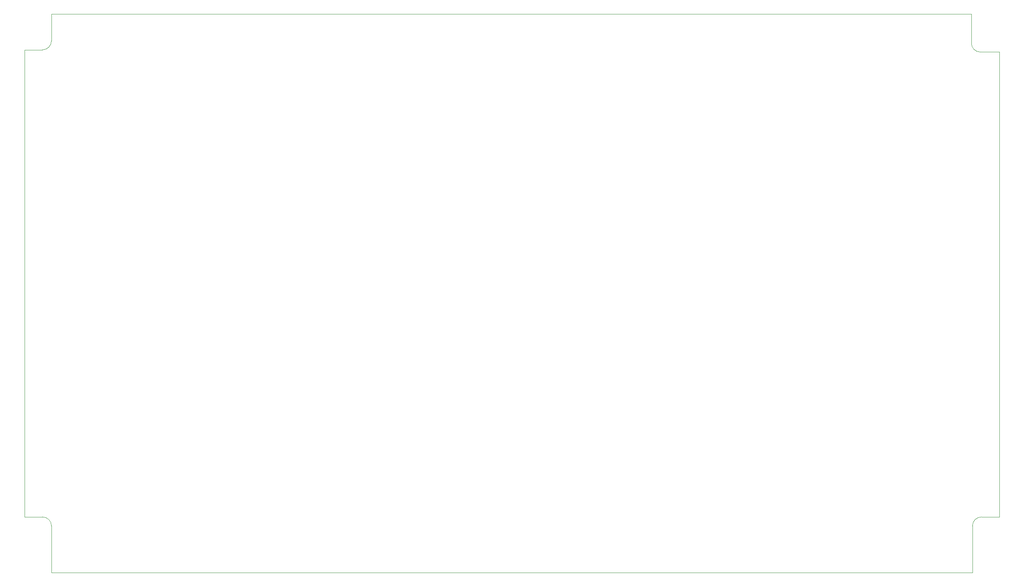
<source format=gbr>
%TF.GenerationSoftware,KiCad,Pcbnew,8.0.7-8.0.7-0~ubuntu22.04.1*%
%TF.CreationDate,2025-01-30T17:32:51+01:00*%
%TF.ProjectId,EVA1_production,45564131-5f70-4726-9f64-756374696f6e,rev?*%
%TF.SameCoordinates,Original*%
%TF.FileFunction,Profile,NP*%
%FSLAX46Y46*%
G04 Gerber Fmt 4.6, Leading zero omitted, Abs format (unit mm)*
G04 Created by KiCad (PCBNEW 8.0.7-8.0.7-0~ubuntu22.04.1) date 2025-01-30 17:32:51*
%MOMM*%
%LPD*%
G01*
G04 APERTURE LIST*
%TA.AperFunction,Profile*%
%ADD10C,0.100000*%
%TD*%
G04 APERTURE END LIST*
D10*
X24000000Y-132500000D02*
X20000000Y-132500000D01*
X232000000Y-134500000D02*
X232000000Y-145000000D01*
X20000000Y-132500000D02*
X20000000Y-28000000D01*
X26000000Y-145000000D02*
X26000000Y-134500000D01*
X232000000Y-134500000D02*
G75*
G02*
X234000000Y-132500000I2000000J0D01*
G01*
X20000000Y-28000000D02*
X24000000Y-28000000D01*
X26000000Y-26000000D02*
G75*
G02*
X24000000Y-28000000I-2000000J0D01*
G01*
X231750000Y-20000000D02*
X231750000Y-26500000D01*
X233750000Y-28500000D02*
X238000000Y-28500000D01*
X26000000Y-26000000D02*
X26000000Y-20000000D01*
X24000000Y-132500000D02*
G75*
G02*
X26000000Y-134500000I0J-2000000D01*
G01*
X238000000Y-132500000D02*
X234000000Y-132500000D01*
X26000000Y-20000000D02*
X231750000Y-20000000D01*
X238000000Y-28500000D02*
X238000000Y-132500000D01*
X232000000Y-145000000D02*
X26000000Y-145000000D01*
X233750000Y-28500000D02*
G75*
G02*
X231750000Y-26500000I0J2000000D01*
G01*
M02*

</source>
